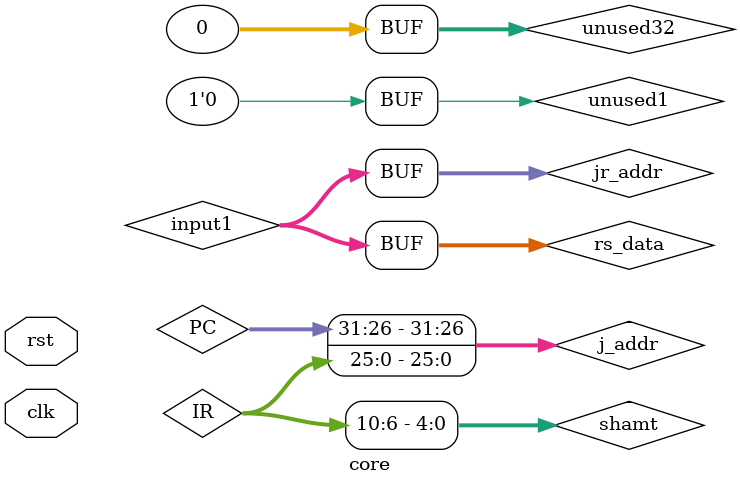
<source format=v>

`timescale 1ns/1ps
`include "memory.v"
`include "Control Unit.v"
`include "ALU.v"
`include "mux.v"

// Define the top-level module with inputs and outputs
module core (rst, clk);
input wire rst, clk;

// Define necessary wires and registers
reg [31:0] PC;
wire [31:0] PC_next, IR; 
reg [31:0] R [31:0];
wire [31:0] input1, input2;
wire [31:0] rs_data, rt_data;
reg [31:0] unused32 = 0;
reg unused1 = 0;
reg start;
wire [31:0] next_inst;
wire [31:0] ReadData, ALUout, Result;
wire ALUzero;
wire [4:0] shamt;

wire [1:0] PCcontrol;
wire [3:0] Alucontrol;
wire[4:0] WriteReg;
wire ALUsrc, MemWrite, MemToReg, RegWrite_en, Link;
wire [31:0] Immediate;

wire [31:0] PCplus1, branch_addr, jr_addr, j_addr;
assign PCplus1 = PC+1;
assign branch_addr = PC + Immediate;
assign jr_addr = rs_data;
assign j_addr = {PC[31:26], IR[25:0]};
mux32bit_4option PC_next_decider(PCplus1, branch_addr, jr_addr, j_addr, PCcontrol, ALUout, PC_next);

assign rs_data = R[IR[25:21]];
assign rt_data = R[IR[20:16]];
mux32bit Result_decider(ALUout, ReadData, MemToReg, Result);

assign input1 = rs_data;
assign shamt = IR[10:6];
mux32bit input2_decider(rt_data, Immediate, ALUsrc, input2);
ALU alu(input1, input2, shamt, Alucontrol, ALUout, ALUzero);

// Read instruction and data from memory
Text instruction (.rst(rst), .clk(clk), .r_addr(PC), .w_addr(unused32), .w_en(unused1), .din(unused32), .dout(IR));
Data var (.rst(rst), .clk(clk), .r_addr(ALUout), .w_addr(ALUout), .w_en(MemWrite), .din(rt_data), .dout(ReadData));

// Control unit module for generating control signals
control unit (IR, PCcontrol, Alucontrol, WriteReg, ALUsrc, MemWrite, MemToReg, RegWrite_en, Link, Immediate);

// Initializations in the reset block
always@(posedge rst) begin
    PC = 0;
    R[0] = 0;
    start = 0;
end

// Main clocked block
always@(posedge clk) begin

    if(start == 0) begin
        start = 1;
    end

    else begin
        if (RegWrite_en) R[WriteReg] = Result; // Write back to register file
        if (Link) R[31] = PCplus1; // Save return address in register 31
        //fetch
        PC = PC_next; // Update program counter to next instruction
    end
end


endmodule

</source>
